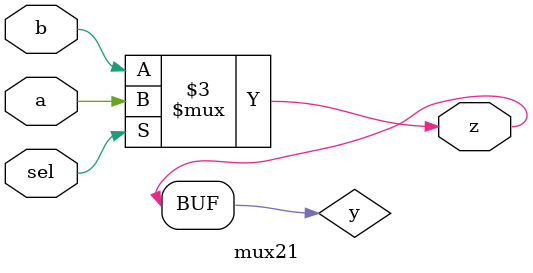
<source format=v>
module mux21(a,b,sel,z);
	input a,b,sel;
	output z;
	reg y;
	assign z=y;
	
	always@(*) begin
		if (sel)
			y=a;
		else
			y=b;
	end
endmodule
</source>
